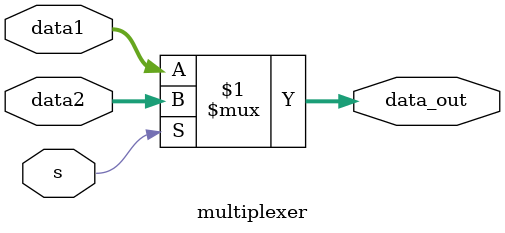
<source format=v>
`default_nettype none

module multiplexer (data1, data2, s,data_out);

    input [63:0] data1;
    input [63:0] data2;
    input s;
    output [63:0] data_out;

    assign data_out = (s) ? data2 : data1;

endmodule
</source>
